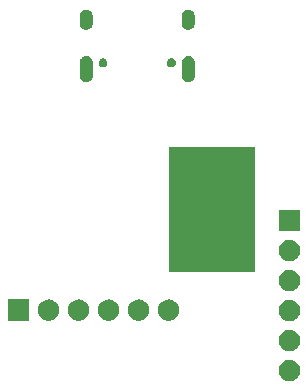
<source format=gbs>
G04 #@! TF.GenerationSoftware,KiCad,Pcbnew,5.1.5+dfsg1-2build2*
G04 #@! TF.CreationDate,2021-12-02T15:55:02+01:00*
G04 #@! TF.ProjectId,Daugter_board,44617567-7465-4725-9f62-6f6172642e6b,rev?*
G04 #@! TF.SameCoordinates,Original*
G04 #@! TF.FileFunction,Soldermask,Bot*
G04 #@! TF.FilePolarity,Negative*
%FSLAX46Y46*%
G04 Gerber Fmt 4.6, Leading zero omitted, Abs format (unit mm)*
G04 Created by KiCad (PCBNEW 5.1.5+dfsg1-2build2) date 2021-12-02 15:55:02*
%MOMM*%
%LPD*%
G04 APERTURE LIST*
%ADD10C,0.100726*%
%ADD11C,0.100000*%
G04 APERTURE END LIST*
D10*
G36*
X144153299Y-97699419D02*
G01*
X144153299Y-108159637D01*
X151330036Y-108159637D01*
X151330036Y-97699419D01*
X144153299Y-97699419D01*
G37*
X144153299Y-97699419D02*
X144153299Y-108159637D01*
X151330036Y-108159637D01*
X151330036Y-97699419D01*
X144153299Y-97699419D01*
D11*
G36*
X154423512Y-115713927D02*
G01*
X154572812Y-115743624D01*
X154736784Y-115811544D01*
X154884354Y-115910147D01*
X155009853Y-116035646D01*
X155108456Y-116183216D01*
X155176376Y-116347188D01*
X155211000Y-116521259D01*
X155211000Y-116698741D01*
X155176376Y-116872812D01*
X155108456Y-117036784D01*
X155009853Y-117184354D01*
X154884354Y-117309853D01*
X154736784Y-117408456D01*
X154572812Y-117476376D01*
X154423512Y-117506073D01*
X154398742Y-117511000D01*
X154221258Y-117511000D01*
X154196488Y-117506073D01*
X154047188Y-117476376D01*
X153883216Y-117408456D01*
X153735646Y-117309853D01*
X153610147Y-117184354D01*
X153511544Y-117036784D01*
X153443624Y-116872812D01*
X153409000Y-116698741D01*
X153409000Y-116521259D01*
X153443624Y-116347188D01*
X153511544Y-116183216D01*
X153610147Y-116035646D01*
X153735646Y-115910147D01*
X153883216Y-115811544D01*
X154047188Y-115743624D01*
X154196488Y-115713927D01*
X154221258Y-115709000D01*
X154398742Y-115709000D01*
X154423512Y-115713927D01*
G37*
G36*
X154423512Y-113173927D02*
G01*
X154572812Y-113203624D01*
X154736784Y-113271544D01*
X154884354Y-113370147D01*
X155009853Y-113495646D01*
X155108456Y-113643216D01*
X155176376Y-113807188D01*
X155211000Y-113981259D01*
X155211000Y-114158741D01*
X155176376Y-114332812D01*
X155108456Y-114496784D01*
X155009853Y-114644354D01*
X154884354Y-114769853D01*
X154736784Y-114868456D01*
X154572812Y-114936376D01*
X154423512Y-114966073D01*
X154398742Y-114971000D01*
X154221258Y-114971000D01*
X154196488Y-114966073D01*
X154047188Y-114936376D01*
X153883216Y-114868456D01*
X153735646Y-114769853D01*
X153610147Y-114644354D01*
X153511544Y-114496784D01*
X153443624Y-114332812D01*
X153409000Y-114158741D01*
X153409000Y-113981259D01*
X153443624Y-113807188D01*
X153511544Y-113643216D01*
X153610147Y-113495646D01*
X153735646Y-113370147D01*
X153883216Y-113271544D01*
X154047188Y-113203624D01*
X154196488Y-113173927D01*
X154221258Y-113169000D01*
X154398742Y-113169000D01*
X154423512Y-113173927D01*
G37*
G36*
X154421988Y-110633624D02*
G01*
X154572812Y-110663624D01*
X154736784Y-110731544D01*
X154884354Y-110830147D01*
X155009853Y-110955646D01*
X155108456Y-111103216D01*
X155176376Y-111267188D01*
X155211000Y-111441259D01*
X155211000Y-111618741D01*
X155176376Y-111792812D01*
X155108456Y-111956784D01*
X155009853Y-112104354D01*
X154884354Y-112229853D01*
X154736784Y-112328456D01*
X154572812Y-112396376D01*
X154423512Y-112426073D01*
X154398742Y-112431000D01*
X154221258Y-112431000D01*
X154196488Y-112426073D01*
X154047188Y-112396376D01*
X153883216Y-112328456D01*
X153735646Y-112229853D01*
X153610147Y-112104354D01*
X153511544Y-111956784D01*
X153443624Y-111792812D01*
X153409000Y-111618741D01*
X153409000Y-111441259D01*
X153443624Y-111267188D01*
X153511544Y-111103216D01*
X153610147Y-110955646D01*
X153735646Y-110830147D01*
X153883216Y-110731544D01*
X154047188Y-110663624D01*
X154198012Y-110633624D01*
X154221258Y-110629000D01*
X154398742Y-110629000D01*
X154421988Y-110633624D01*
G37*
G36*
X139113512Y-110603927D02*
G01*
X139262812Y-110633624D01*
X139426784Y-110701544D01*
X139574354Y-110800147D01*
X139699853Y-110925646D01*
X139798456Y-111073216D01*
X139866376Y-111237188D01*
X139901000Y-111411259D01*
X139901000Y-111588741D01*
X139866376Y-111762812D01*
X139798456Y-111926784D01*
X139699853Y-112074354D01*
X139574354Y-112199853D01*
X139426784Y-112298456D01*
X139262812Y-112366376D01*
X139113512Y-112396073D01*
X139088742Y-112401000D01*
X138911258Y-112401000D01*
X138886488Y-112396073D01*
X138737188Y-112366376D01*
X138573216Y-112298456D01*
X138425646Y-112199853D01*
X138300147Y-112074354D01*
X138201544Y-111926784D01*
X138133624Y-111762812D01*
X138099000Y-111588741D01*
X138099000Y-111411259D01*
X138133624Y-111237188D01*
X138201544Y-111073216D01*
X138300147Y-110925646D01*
X138425646Y-110800147D01*
X138573216Y-110701544D01*
X138737188Y-110633624D01*
X138886488Y-110603927D01*
X138911258Y-110599000D01*
X139088742Y-110599000D01*
X139113512Y-110603927D01*
G37*
G36*
X132281000Y-112401000D02*
G01*
X130479000Y-112401000D01*
X130479000Y-110599000D01*
X132281000Y-110599000D01*
X132281000Y-112401000D01*
G37*
G36*
X134033512Y-110603927D02*
G01*
X134182812Y-110633624D01*
X134346784Y-110701544D01*
X134494354Y-110800147D01*
X134619853Y-110925646D01*
X134718456Y-111073216D01*
X134786376Y-111237188D01*
X134821000Y-111411259D01*
X134821000Y-111588741D01*
X134786376Y-111762812D01*
X134718456Y-111926784D01*
X134619853Y-112074354D01*
X134494354Y-112199853D01*
X134346784Y-112298456D01*
X134182812Y-112366376D01*
X134033512Y-112396073D01*
X134008742Y-112401000D01*
X133831258Y-112401000D01*
X133806488Y-112396073D01*
X133657188Y-112366376D01*
X133493216Y-112298456D01*
X133345646Y-112199853D01*
X133220147Y-112074354D01*
X133121544Y-111926784D01*
X133053624Y-111762812D01*
X133019000Y-111588741D01*
X133019000Y-111411259D01*
X133053624Y-111237188D01*
X133121544Y-111073216D01*
X133220147Y-110925646D01*
X133345646Y-110800147D01*
X133493216Y-110701544D01*
X133657188Y-110633624D01*
X133806488Y-110603927D01*
X133831258Y-110599000D01*
X134008742Y-110599000D01*
X134033512Y-110603927D01*
G37*
G36*
X136573512Y-110603927D02*
G01*
X136722812Y-110633624D01*
X136886784Y-110701544D01*
X137034354Y-110800147D01*
X137159853Y-110925646D01*
X137258456Y-111073216D01*
X137326376Y-111237188D01*
X137361000Y-111411259D01*
X137361000Y-111588741D01*
X137326376Y-111762812D01*
X137258456Y-111926784D01*
X137159853Y-112074354D01*
X137034354Y-112199853D01*
X136886784Y-112298456D01*
X136722812Y-112366376D01*
X136573512Y-112396073D01*
X136548742Y-112401000D01*
X136371258Y-112401000D01*
X136346488Y-112396073D01*
X136197188Y-112366376D01*
X136033216Y-112298456D01*
X135885646Y-112199853D01*
X135760147Y-112074354D01*
X135661544Y-111926784D01*
X135593624Y-111762812D01*
X135559000Y-111588741D01*
X135559000Y-111411259D01*
X135593624Y-111237188D01*
X135661544Y-111073216D01*
X135760147Y-110925646D01*
X135885646Y-110800147D01*
X136033216Y-110701544D01*
X136197188Y-110633624D01*
X136346488Y-110603927D01*
X136371258Y-110599000D01*
X136548742Y-110599000D01*
X136573512Y-110603927D01*
G37*
G36*
X141653512Y-110603927D02*
G01*
X141802812Y-110633624D01*
X141966784Y-110701544D01*
X142114354Y-110800147D01*
X142239853Y-110925646D01*
X142338456Y-111073216D01*
X142406376Y-111237188D01*
X142441000Y-111411259D01*
X142441000Y-111588741D01*
X142406376Y-111762812D01*
X142338456Y-111926784D01*
X142239853Y-112074354D01*
X142114354Y-112199853D01*
X141966784Y-112298456D01*
X141802812Y-112366376D01*
X141653512Y-112396073D01*
X141628742Y-112401000D01*
X141451258Y-112401000D01*
X141426488Y-112396073D01*
X141277188Y-112366376D01*
X141113216Y-112298456D01*
X140965646Y-112199853D01*
X140840147Y-112074354D01*
X140741544Y-111926784D01*
X140673624Y-111762812D01*
X140639000Y-111588741D01*
X140639000Y-111411259D01*
X140673624Y-111237188D01*
X140741544Y-111073216D01*
X140840147Y-110925646D01*
X140965646Y-110800147D01*
X141113216Y-110701544D01*
X141277188Y-110633624D01*
X141426488Y-110603927D01*
X141451258Y-110599000D01*
X141628742Y-110599000D01*
X141653512Y-110603927D01*
G37*
G36*
X144193512Y-110603927D02*
G01*
X144342812Y-110633624D01*
X144506784Y-110701544D01*
X144654354Y-110800147D01*
X144779853Y-110925646D01*
X144878456Y-111073216D01*
X144946376Y-111237188D01*
X144981000Y-111411259D01*
X144981000Y-111588741D01*
X144946376Y-111762812D01*
X144878456Y-111926784D01*
X144779853Y-112074354D01*
X144654354Y-112199853D01*
X144506784Y-112298456D01*
X144342812Y-112366376D01*
X144193512Y-112396073D01*
X144168742Y-112401000D01*
X143991258Y-112401000D01*
X143966488Y-112396073D01*
X143817188Y-112366376D01*
X143653216Y-112298456D01*
X143505646Y-112199853D01*
X143380147Y-112074354D01*
X143281544Y-111926784D01*
X143213624Y-111762812D01*
X143179000Y-111588741D01*
X143179000Y-111411259D01*
X143213624Y-111237188D01*
X143281544Y-111073216D01*
X143380147Y-110925646D01*
X143505646Y-110800147D01*
X143653216Y-110701544D01*
X143817188Y-110633624D01*
X143966488Y-110603927D01*
X143991258Y-110599000D01*
X144168742Y-110599000D01*
X144193512Y-110603927D01*
G37*
G36*
X154423512Y-108093927D02*
G01*
X154572812Y-108123624D01*
X154736784Y-108191544D01*
X154884354Y-108290147D01*
X155009853Y-108415646D01*
X155108456Y-108563216D01*
X155176376Y-108727188D01*
X155211000Y-108901259D01*
X155211000Y-109078741D01*
X155176376Y-109252812D01*
X155108456Y-109416784D01*
X155009853Y-109564354D01*
X154884354Y-109689853D01*
X154736784Y-109788456D01*
X154572812Y-109856376D01*
X154423512Y-109886073D01*
X154398742Y-109891000D01*
X154221258Y-109891000D01*
X154196488Y-109886073D01*
X154047188Y-109856376D01*
X153883216Y-109788456D01*
X153735646Y-109689853D01*
X153610147Y-109564354D01*
X153511544Y-109416784D01*
X153443624Y-109252812D01*
X153409000Y-109078741D01*
X153409000Y-108901259D01*
X153443624Y-108727188D01*
X153511544Y-108563216D01*
X153610147Y-108415646D01*
X153735646Y-108290147D01*
X153883216Y-108191544D01*
X154047188Y-108123624D01*
X154196488Y-108093927D01*
X154221258Y-108089000D01*
X154398742Y-108089000D01*
X154423512Y-108093927D01*
G37*
G36*
X154423512Y-105553927D02*
G01*
X154572812Y-105583624D01*
X154736784Y-105651544D01*
X154884354Y-105750147D01*
X155009853Y-105875646D01*
X155108456Y-106023216D01*
X155176376Y-106187188D01*
X155211000Y-106361259D01*
X155211000Y-106538741D01*
X155176376Y-106712812D01*
X155108456Y-106876784D01*
X155009853Y-107024354D01*
X154884354Y-107149853D01*
X154736784Y-107248456D01*
X154572812Y-107316376D01*
X154423512Y-107346073D01*
X154398742Y-107351000D01*
X154221258Y-107351000D01*
X154196488Y-107346073D01*
X154047188Y-107316376D01*
X153883216Y-107248456D01*
X153735646Y-107149853D01*
X153610147Y-107024354D01*
X153511544Y-106876784D01*
X153443624Y-106712812D01*
X153409000Y-106538741D01*
X153409000Y-106361259D01*
X153443624Y-106187188D01*
X153511544Y-106023216D01*
X153610147Y-105875646D01*
X153735646Y-105750147D01*
X153883216Y-105651544D01*
X154047188Y-105583624D01*
X154196488Y-105553927D01*
X154221258Y-105549000D01*
X154398742Y-105549000D01*
X154423512Y-105553927D01*
G37*
G36*
X155211000Y-104811000D02*
G01*
X153409000Y-104811000D01*
X153409000Y-103009000D01*
X155211000Y-103009000D01*
X155211000Y-104811000D01*
G37*
G36*
X137208015Y-89991973D02*
G01*
X137311879Y-90023479D01*
X137339055Y-90038005D01*
X137407600Y-90074643D01*
X137491501Y-90143499D01*
X137560357Y-90227400D01*
X137579354Y-90262942D01*
X137611521Y-90323121D01*
X137643027Y-90426985D01*
X137651000Y-90507933D01*
X137651000Y-91662067D01*
X137643027Y-91743015D01*
X137611521Y-91846879D01*
X137560356Y-91942600D01*
X137491501Y-92026501D01*
X137422645Y-92083009D01*
X137407599Y-92095357D01*
X137355907Y-92122987D01*
X137311878Y-92146521D01*
X137208014Y-92178027D01*
X137100000Y-92188666D01*
X136991985Y-92178027D01*
X136888121Y-92146521D01*
X136844093Y-92122987D01*
X136792401Y-92095357D01*
X136779643Y-92084887D01*
X136708499Y-92026501D01*
X136639644Y-91942600D01*
X136588479Y-91846878D01*
X136556973Y-91743014D01*
X136549000Y-91662066D01*
X136549001Y-90507933D01*
X136556974Y-90426985D01*
X136588480Y-90323121D01*
X136620647Y-90262942D01*
X136639644Y-90227400D01*
X136708500Y-90143499D01*
X136792401Y-90074643D01*
X136860946Y-90038005D01*
X136888122Y-90023479D01*
X136991986Y-89991973D01*
X137100000Y-89981334D01*
X137208015Y-89991973D01*
G37*
G36*
X145848015Y-89991973D02*
G01*
X145951879Y-90023479D01*
X145979055Y-90038005D01*
X146047600Y-90074643D01*
X146131501Y-90143499D01*
X146200357Y-90227400D01*
X146219354Y-90262942D01*
X146251521Y-90323121D01*
X146283027Y-90426985D01*
X146291000Y-90507933D01*
X146291000Y-91662067D01*
X146283027Y-91743015D01*
X146251521Y-91846879D01*
X146200356Y-91942600D01*
X146131501Y-92026501D01*
X146062645Y-92083009D01*
X146047599Y-92095357D01*
X145995907Y-92122987D01*
X145951878Y-92146521D01*
X145848014Y-92178027D01*
X145740000Y-92188666D01*
X145631985Y-92178027D01*
X145528121Y-92146521D01*
X145484093Y-92122987D01*
X145432401Y-92095357D01*
X145419643Y-92084887D01*
X145348499Y-92026501D01*
X145279644Y-91942600D01*
X145228479Y-91846878D01*
X145196973Y-91743014D01*
X145189000Y-91662066D01*
X145189001Y-90507933D01*
X145196974Y-90426985D01*
X145228480Y-90323121D01*
X145260647Y-90262942D01*
X145279644Y-90227400D01*
X145348500Y-90143499D01*
X145432401Y-90074643D01*
X145500946Y-90038005D01*
X145528122Y-90023479D01*
X145631986Y-89991973D01*
X145740000Y-89981334D01*
X145848015Y-89991973D01*
G37*
G36*
X138639672Y-90193449D02*
G01*
X138639674Y-90193450D01*
X138639675Y-90193450D01*
X138708103Y-90221793D01*
X138769686Y-90262942D01*
X138822058Y-90315314D01*
X138863207Y-90376897D01*
X138891550Y-90445325D01*
X138906000Y-90517967D01*
X138906000Y-90592033D01*
X138891550Y-90664675D01*
X138863207Y-90733103D01*
X138822058Y-90794686D01*
X138769686Y-90847058D01*
X138708103Y-90888207D01*
X138639675Y-90916550D01*
X138639674Y-90916550D01*
X138639672Y-90916551D01*
X138567034Y-90931000D01*
X138492966Y-90931000D01*
X138420328Y-90916551D01*
X138420326Y-90916550D01*
X138420325Y-90916550D01*
X138351897Y-90888207D01*
X138290314Y-90847058D01*
X138237942Y-90794686D01*
X138196793Y-90733103D01*
X138168450Y-90664675D01*
X138154000Y-90592033D01*
X138154000Y-90517967D01*
X138168450Y-90445325D01*
X138196793Y-90376897D01*
X138237942Y-90315314D01*
X138290314Y-90262942D01*
X138351897Y-90221793D01*
X138420325Y-90193450D01*
X138420326Y-90193450D01*
X138420328Y-90193449D01*
X138492966Y-90179000D01*
X138567034Y-90179000D01*
X138639672Y-90193449D01*
G37*
G36*
X144419672Y-90193449D02*
G01*
X144419674Y-90193450D01*
X144419675Y-90193450D01*
X144488103Y-90221793D01*
X144549686Y-90262942D01*
X144602058Y-90315314D01*
X144643207Y-90376897D01*
X144671550Y-90445325D01*
X144686000Y-90517967D01*
X144686000Y-90592033D01*
X144671550Y-90664675D01*
X144643207Y-90733103D01*
X144602058Y-90794686D01*
X144549686Y-90847058D01*
X144488103Y-90888207D01*
X144419675Y-90916550D01*
X144419674Y-90916550D01*
X144419672Y-90916551D01*
X144347034Y-90931000D01*
X144272966Y-90931000D01*
X144200328Y-90916551D01*
X144200326Y-90916550D01*
X144200325Y-90916550D01*
X144131897Y-90888207D01*
X144070314Y-90847058D01*
X144017942Y-90794686D01*
X143976793Y-90733103D01*
X143948450Y-90664675D01*
X143934000Y-90592033D01*
X143934000Y-90517967D01*
X143948450Y-90445325D01*
X143976793Y-90376897D01*
X144017942Y-90315314D01*
X144070314Y-90262942D01*
X144131897Y-90221793D01*
X144200325Y-90193450D01*
X144200326Y-90193450D01*
X144200328Y-90193449D01*
X144272966Y-90179000D01*
X144347034Y-90179000D01*
X144419672Y-90193449D01*
G37*
G36*
X137208015Y-86061973D02*
G01*
X137311879Y-86093479D01*
X137339055Y-86108005D01*
X137407600Y-86144643D01*
X137491501Y-86213499D01*
X137560357Y-86297400D01*
X137596995Y-86365945D01*
X137611521Y-86393121D01*
X137643027Y-86496985D01*
X137651000Y-86577933D01*
X137651000Y-87232067D01*
X137643027Y-87313015D01*
X137611521Y-87416879D01*
X137560356Y-87512600D01*
X137491501Y-87596501D01*
X137422645Y-87653009D01*
X137407599Y-87665357D01*
X137355907Y-87692987D01*
X137311878Y-87716521D01*
X137208014Y-87748027D01*
X137100000Y-87758666D01*
X136991985Y-87748027D01*
X136888121Y-87716521D01*
X136844093Y-87692987D01*
X136792401Y-87665357D01*
X136779643Y-87654887D01*
X136708499Y-87596501D01*
X136639644Y-87512600D01*
X136588479Y-87416878D01*
X136556973Y-87313014D01*
X136549000Y-87232066D01*
X136549000Y-86577933D01*
X136556973Y-86496985D01*
X136588480Y-86393121D01*
X136588482Y-86393118D01*
X136639645Y-86297399D01*
X136708500Y-86213499D01*
X136792401Y-86144643D01*
X136860946Y-86108005D01*
X136888122Y-86093479D01*
X136991986Y-86061973D01*
X137100000Y-86051334D01*
X137208015Y-86061973D01*
G37*
G36*
X145848015Y-86061973D02*
G01*
X145951879Y-86093479D01*
X145979055Y-86108005D01*
X146047600Y-86144643D01*
X146131501Y-86213499D01*
X146200357Y-86297400D01*
X146236995Y-86365945D01*
X146251521Y-86393121D01*
X146283027Y-86496985D01*
X146291000Y-86577933D01*
X146291000Y-87232067D01*
X146283027Y-87313015D01*
X146251521Y-87416879D01*
X146200356Y-87512600D01*
X146131501Y-87596501D01*
X146062645Y-87653009D01*
X146047599Y-87665357D01*
X145995907Y-87692987D01*
X145951878Y-87716521D01*
X145848014Y-87748027D01*
X145740000Y-87758666D01*
X145631985Y-87748027D01*
X145528121Y-87716521D01*
X145484093Y-87692987D01*
X145432401Y-87665357D01*
X145419643Y-87654887D01*
X145348499Y-87596501D01*
X145279644Y-87512600D01*
X145228479Y-87416878D01*
X145196973Y-87313014D01*
X145189000Y-87232066D01*
X145189000Y-86577933D01*
X145196973Y-86496985D01*
X145228480Y-86393121D01*
X145228482Y-86393118D01*
X145279645Y-86297399D01*
X145348500Y-86213499D01*
X145432401Y-86144643D01*
X145500946Y-86108005D01*
X145528122Y-86093479D01*
X145631986Y-86061973D01*
X145740000Y-86051334D01*
X145848015Y-86061973D01*
G37*
M02*

</source>
